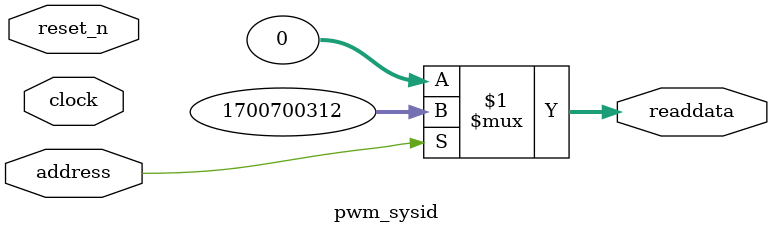
<source format=v>



// synthesis translate_off
`timescale 1ns / 1ps
// synthesis translate_on

// turn off superfluous verilog processor warnings 
// altera message_level Level1 
// altera message_off 10034 10035 10036 10037 10230 10240 10030 

module pwm_sysid (
               // inputs:
                address,
                clock,
                reset_n,

               // outputs:
                readdata
             )
;

  output  [ 31: 0] readdata;
  input            address;
  input            clock;
  input            reset_n;

  wire    [ 31: 0] readdata;
  //control_slave, which is an e_avalon_slave
  assign readdata = address ? 1700700312 : 0;

endmodule



</source>
